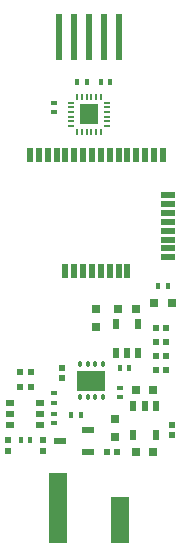
<source format=gtp>
G04*
G04 #@! TF.GenerationSoftware,Altium Limited,Altium Designer,18.1.6 (161)*
G04*
G04 Layer_Color=8421504*
%FSLAX24Y24*%
%MOIN*%
G70*
G01*
G75*
%ADD14R,0.0217X0.0217*%
%ADD15R,0.0315X0.0315*%
%ADD16R,0.0217X0.0335*%
%ADD17R,0.0315X0.0315*%
%ADD18R,0.0157X0.0197*%
%ADD19R,0.0945X0.0650*%
%ADD20O,0.0118X0.0236*%
%ADD21R,0.0315X0.0217*%
%ADD22R,0.0591X0.2362*%
%ADD23R,0.0591X0.1575*%
%ADD24R,0.0197X0.0157*%
%ADD25R,0.0217X0.0217*%
%ADD26R,0.0236X0.1575*%
%ADD27O,0.0236X0.0079*%
%ADD28O,0.0079X0.0236*%
%ADD29R,0.0606X0.0669*%
%ADD30R,0.0197X0.0472*%
%ADD31R,0.0472X0.0197*%
%ADD32R,0.0394X0.0236*%
D14*
X-1535Y3445D02*
D03*
Y3091D02*
D03*
X2756Y3967D02*
D03*
Y3612D02*
D03*
X-906Y5512D02*
D03*
Y5866D02*
D03*
X-2717Y3091D02*
D03*
Y3445D02*
D03*
D15*
X866Y4154D02*
D03*
Y3563D02*
D03*
X236Y7815D02*
D03*
Y7224D02*
D03*
D16*
X886Y6368D02*
D03*
X1260D02*
D03*
X1634D02*
D03*
Y7333D02*
D03*
X886D02*
D03*
X2224Y4577D02*
D03*
X1850D02*
D03*
X1476D02*
D03*
Y3612D02*
D03*
X2224D02*
D03*
D17*
X965Y7835D02*
D03*
X1555D02*
D03*
Y5118D02*
D03*
X2146D02*
D03*
X1555Y3051D02*
D03*
X2146D02*
D03*
X2165Y8012D02*
D03*
X2756D02*
D03*
D18*
X1024Y5866D02*
D03*
X1339D02*
D03*
X-591Y4291D02*
D03*
X-276D02*
D03*
X-2283Y3445D02*
D03*
X-1969D02*
D03*
X394Y15394D02*
D03*
X709D02*
D03*
X-79D02*
D03*
X-394D02*
D03*
X2618Y8602D02*
D03*
X2303D02*
D03*
D19*
X79Y5433D02*
D03*
D20*
X463Y4882D02*
D03*
X207D02*
D03*
X-49D02*
D03*
X-305D02*
D03*
Y5984D02*
D03*
X-49D02*
D03*
X207D02*
D03*
X463D02*
D03*
D21*
X-2628Y4705D02*
D03*
Y4331D02*
D03*
Y3957D02*
D03*
X-1624D02*
D03*
Y4331D02*
D03*
Y4705D02*
D03*
D22*
X-1043Y1181D02*
D03*
D23*
X1043Y787D02*
D03*
D24*
X-1181Y4705D02*
D03*
Y5020D02*
D03*
Y4016D02*
D03*
Y4331D02*
D03*
X1024Y5197D02*
D03*
Y4882D02*
D03*
X-1181Y14705D02*
D03*
Y14390D02*
D03*
D25*
X2579Y5787D02*
D03*
X2224D02*
D03*
X2579Y7205D02*
D03*
X2224D02*
D03*
X-1949Y5236D02*
D03*
X-2303D02*
D03*
X-1949Y5709D02*
D03*
X-2303D02*
D03*
X591Y3051D02*
D03*
X945D02*
D03*
X2224Y6260D02*
D03*
X2579D02*
D03*
X2224Y6732D02*
D03*
X2579D02*
D03*
D26*
X500Y16890D02*
D03*
X1000D02*
D03*
X-1000D02*
D03*
X-500D02*
D03*
X0D02*
D03*
D27*
X591Y13917D02*
D03*
Y14075D02*
D03*
Y14232D02*
D03*
Y14390D02*
D03*
Y14547D02*
D03*
Y14705D02*
D03*
X-591D02*
D03*
Y14547D02*
D03*
Y14390D02*
D03*
Y14232D02*
D03*
Y14075D02*
D03*
Y13917D02*
D03*
D28*
X394Y14902D02*
D03*
X236D02*
D03*
X79D02*
D03*
X-79D02*
D03*
X-236D02*
D03*
X-394D02*
D03*
Y13720D02*
D03*
X-236D02*
D03*
X-79D02*
D03*
X79D02*
D03*
X236D02*
D03*
X394D02*
D03*
D29*
X0Y14311D02*
D03*
D30*
X-787Y9094D02*
D03*
X1280D02*
D03*
X689D02*
D03*
X984D02*
D03*
X-492D02*
D03*
X98D02*
D03*
X-197D02*
D03*
X394D02*
D03*
X-1083Y12953D02*
D03*
X-1673D02*
D03*
X-1378D02*
D03*
X-1968D02*
D03*
X394D02*
D03*
X-197D02*
D03*
X98D02*
D03*
X-787D02*
D03*
X-492D02*
D03*
X984D02*
D03*
X689D02*
D03*
X1575D02*
D03*
X1280D02*
D03*
X1870D02*
D03*
X2165D02*
D03*
X2461D02*
D03*
D31*
X2638Y11614D02*
D03*
Y11319D02*
D03*
Y9547D02*
D03*
Y9843D02*
D03*
Y10138D02*
D03*
Y10433D02*
D03*
Y10728D02*
D03*
Y11024D02*
D03*
D32*
X-20Y3051D02*
D03*
Y3799D02*
D03*
X-965Y3425D02*
D03*
M02*

</source>
